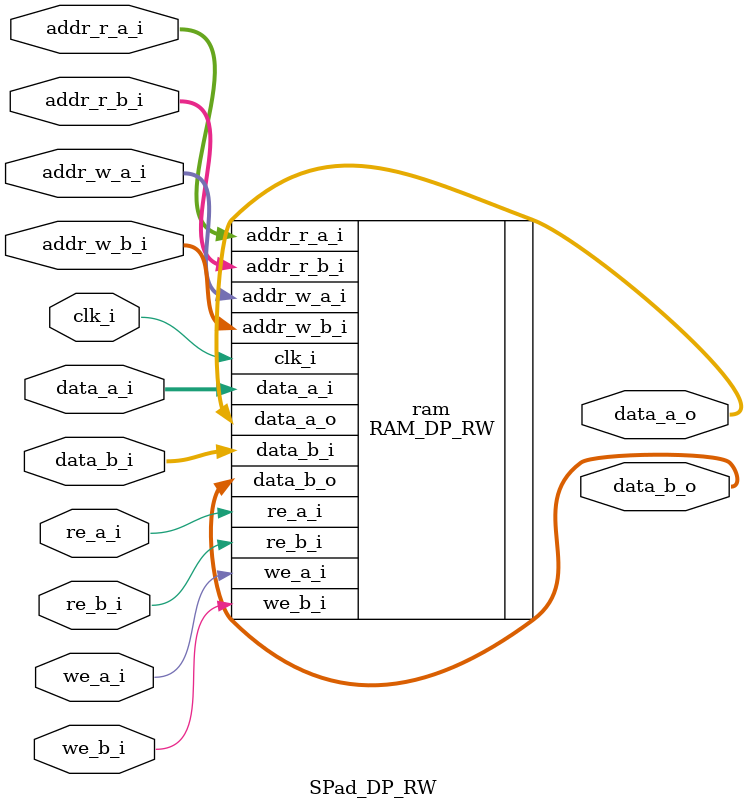
<source format=v>

`timescale 1ns / 1ps


module SPad_DP_RW 
#( 
  parameter DATA_WIDTH = 8,
  parameter ADDR_WIDTH = 10,
  
  // Hint for physical implementation
  parameter Implementation = 0
) ( 
  input  wire                       clk_i,

  /*
   * the DPRW spad is implemented in standard cells which makes
   * it resettable in theory.
   * To keep the interface opaque, we still don't allow it
   */
  //input                           rst_ni,
  
  input  wire                       re_a_i,
  input  wire                       re_b_i,

  input  wire                       we_a_i,
  input  wire                       we_b_i,

  input  wire   [ADDR_WIDTH-1:0]    addr_r_a_i,
  input  wire   [ADDR_WIDTH-1:0]    addr_r_b_i,
  input  wire   [ADDR_WIDTH-1:0]    addr_w_a_i,
  input  wire   [ADDR_WIDTH-1:0]    addr_w_b_i,

  input  wire   [DATA_WIDTH-1:0]    data_a_i,
  input  wire   [DATA_WIDTH-1:0]    data_b_i,

  output wire   [DATA_WIDTH-1:0]    data_a_o,
  output wire   [DATA_WIDTH-1:0]    data_b_o
);


  RAM_DP_RW 
  #(
    .AddrWidth        (ADDR_WIDTH),
    .DataWidth        (DATA_WIDTH),
    .Pipelined        (0)
  ) ram (
    .clk_i            (clk_i),
    .re_a_i           (re_a_i),
    .re_b_i           (re_b_i),
    .we_a_i           (we_a_i),
    .we_b_i           (we_b_i),
    .addr_r_a_i       (addr_r_a_i),
    .addr_r_b_i       (addr_r_b_i),
    .addr_w_a_i       (addr_w_a_i),
    .addr_w_b_i       (addr_w_b_i),
    .data_a_i         (data_a_i),
    .data_b_i         (data_b_i),
    .data_a_o         (data_a_o),
    .data_b_o         (data_b_o)
  );
endmodule

</source>
